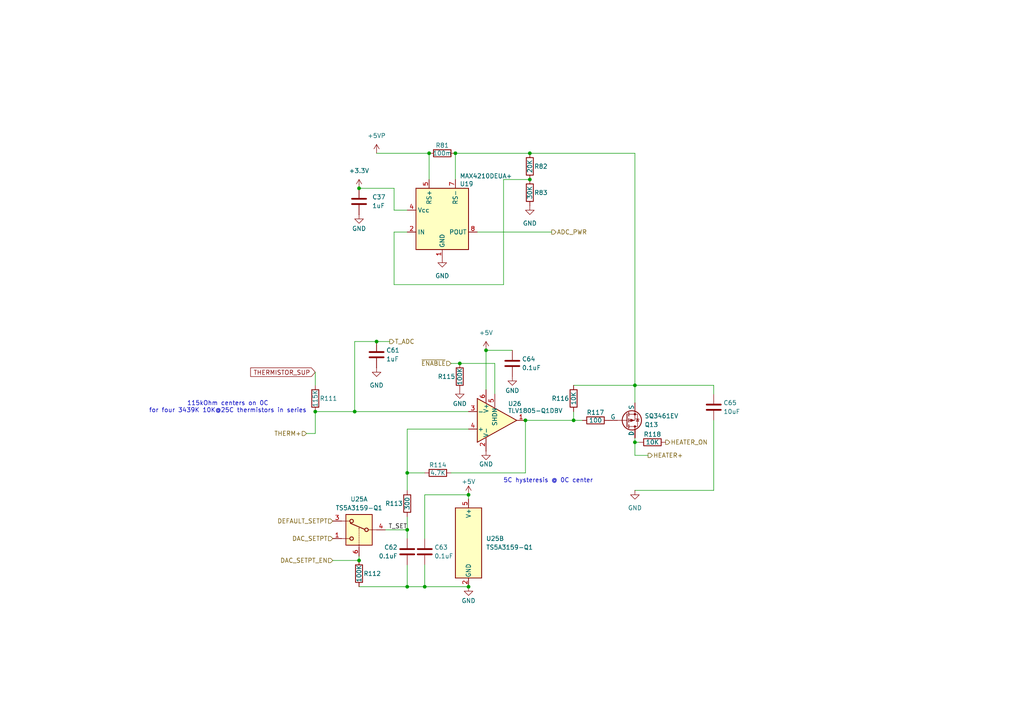
<source format=kicad_sch>
(kicad_sch (version 20231120) (generator "eeschema") (generator_version "8.0")
  (paper "A4")
  (lib_symbols
    (symbol "Analog_Switch:TS5A3159ADBVR" (pin_names (offset 0.127))
      (property "Reference" "U" (at -3.175 4.699 0))
      (property "Value" "TS5A3159ADBVR" (at -3.175 2.921 0))
      (symbol "TS5A3159ADBVR_1_1"
        (rectangle (start -3.81 4.445) (end 3.81 -4.445) (stroke (width 0.254)) (fill (type background)))
        (circle (center -2.159 0) (radius 0.508) (stroke (width 0.254)))
        (polyline (pts (xy -5.08 0) (xy -2.794 0)))
        (polyline (pts (xy -1.651 0.127) (xy 2.54 1.905)) (stroke (width 0.254)))
        (polyline (pts (xy 0 -5.08) (xy 0 -4.572)))
        (polyline (pts (xy 0 -4.318) (xy 0 -4.064)))
        (polyline (pts (xy 0 -3.81) (xy 0 -3.556)))
        (polyline (pts (xy 0 -3.302) (xy 0 -3.048)))
        (polyline (pts (xy 0 -2.794) (xy 0 -2.54)))
        (polyline (pts (xy 0 -2.286) (xy 0 -2.032)))
        (polyline (pts (xy 0 -1.778) (xy 0 -1.524)))
        (polyline (pts (xy 0 -1.27) (xy 0 -1.016)))
        (polyline (pts (xy 0 -0.762) (xy 0 -0.508)))
        (polyline (pts (xy 0 -0.254) (xy 0 0)))
        (polyline (pts (xy 0 0.254) (xy 0 0.508)))
        (polyline (pts (xy 0 0.254) (xy 0 0.508)))
        (polyline (pts (xy 5.08 -2.54) (xy 2.794 -2.54)))
        (polyline (pts (xy 5.08 2.54) (xy 2.794 2.54)))
        (circle (center 2.159 -2.54) (radius 0.508) (stroke (width 0.254)))
        (circle (center 2.159 2.54) (radius 0.508) (stroke (width 0.254)))
        (pin passive line (at 7.62 -2.54 180) (length 2.54) (name "~") (number "1"))
        (pin passive line (at 7.62 2.54 180) (length 2.54) (name "~") (number "3"))
        (pin passive line (at -7.62 0 0) (length 2.54) (name "~") (number "4"))
        (pin input line (at 0 -7.62 90) (length 2.54) (name "~") (number "6"))
      )
      (symbol "TS5A3159ADBVR_2_0"
        (pin power_in line (at 0 -12.7 90) (length 2.54) (name "GND") (number "2"))
        (pin power_in line (at 0 12.7 270) (length 2.54) (name "V+") (number "5"))
      )
      (symbol "TS5A3159ADBVR_2_1"
        (rectangle (start -3.81 10.16) (end 3.81 -10.16) (stroke (width 0.254)) (fill (type background)))
      )
    )
    (symbol "Device:C" (pin_numbers hide) (pin_names (offset 0.254))
      (property "Reference" "C" (at 0.635 2.54 0))
      (property "Value" "C" (at 0.635 -2.54 0))
      (symbol "C_0_1"
        (polyline (pts (xy -2.032 -0.762) (xy 2.032 -0.762)) (stroke (width 0.508)))
        (polyline (pts (xy -2.032 0.762) (xy 2.032 0.762)) (stroke (width 0.508)))
      )
      (symbol "C_1_1"
        (pin passive line (at 0 3.81 270) (length 2.794) (name "~") (number "1"))
        (pin passive line (at 0 -3.81 90) (length 2.794) (name "~") (number "2"))
      )
    )
    (symbol "Device:R" (pin_numbers hide) (pin_names (offset 0))
      (property "Reference" "R" (at 2.032 0 90))
      (property "Value" "R" (at 0 0 90))
      (symbol "R_0_1"
        (rectangle (start -1.016 -2.54) (end 1.016 2.54) (stroke (width 0.254)))
      )
      (symbol "R_1_1"
        (pin passive line (at 0 3.81 270) (length 1.27) (name "~") (number "1"))
        (pin passive line (at 0 -3.81 90) (length 1.27) (name "~") (number "2"))
      )
    )
    (symbol "femta-control-custom:MAX4210"
      (property "Reference" "U" (at 5.08 -1.27 0))
      (property "Value" "MAX4210EEUA+" (at 5.08 1.016 0))
      (symbol "MAX4210_1_1"
        (rectangle (start -7.62 -2.54) (end 7.62 -20.32) (stroke (width 0.254)) (fill (type background)))
        (pin input line (at 0 -22.86 90) (length 2.54) (name "GND") (number "1"))
        (pin input line (at -10.16 -15.24 0) (length 2.54) (name "IN") (number "2"))
        (pin no_connect line (at 10.16 -8.89 180) (length 2.54) hide (name "NC") (number "3"))
        (pin input line (at -10.16 -8.89 0) (length 2.54) (name "Vcc") (number "4"))
        (pin input line (at -3.81 0 270) (length 2.54) (name "RS+") (number "5"))
        (pin no_connect line (at 10.16 -8.89 180) (length 2.54) hide (name "NC") (number "6"))
        (pin input line (at 3.81 0 270) (length 2.54) (name "RS-") (number "7"))
        (pin input line (at 10.16 -15.24 180) (length 2.54) (name "POUT") (number "8"))
      )
    )
    (symbol "femta-control-custom:SQ3461EV-T1_GE3" (pin_numbers hide) (pin_names (offset 0))
      (property "Reference" "Q" (at 5.08 1.27 0))
      (property "Value" "SQ3461EV" (at 5.08 -1.27 0))
      (symbol "SQ3461EV-T1_GE3_0_1"
        (polyline (pts (xy 0.254 0) (xy -2.54 0)))
        (polyline (pts (xy 0.254 1.905) (xy 0.254 -1.905)) (stroke (width 0.254)))
        (polyline (pts (xy 0.762 -1.27) (xy 0.762 -2.286)) (stroke (width 0.254)))
        (polyline (pts (xy 0.762 0.508) (xy 0.762 -0.508)) (stroke (width 0.254)))
        (polyline (pts (xy 0.762 2.286) (xy 0.762 1.27)) (stroke (width 0.254)))
        (polyline (pts (xy 2.54 2.54) (xy 2.54 1.778)))
        (polyline (pts (xy 2.54 -2.54) (xy 2.54 0) (xy 0.762 0)))
        (polyline (pts (xy 0.762 1.778) (xy 3.302 1.778) (xy 3.302 -1.778) (xy 0.762 -1.778)))
        (polyline (pts (xy 2.286 0) (xy 1.27 0.381) (xy 1.27 -0.381) (xy 2.286 0)) (fill (type outline)))
        (polyline (pts (xy 2.794 -0.508) (xy 2.921 -0.381) (xy 3.683 -0.381) (xy 3.81 -0.254)))
        (polyline (pts (xy 3.302 -0.381) (xy 2.921 0.254) (xy 3.683 0.254) (xy 3.302 -0.381)))
        (circle (center 1.651 0) (radius 2.794) (stroke (width 0.254)))
        (circle (center 2.54 -1.778) (radius 0.254) (fill (type outline)))
        (circle (center 2.54 1.778) (radius 0.254) (fill (type outline)))
      )
      (symbol "SQ3461EV-T1_GE3_1_1"
        (pin passive line (at 2.54 5.08 270) (length 2.54) (name "D") (number "1"))
        (pin passive line (at 2.54 5.08 270) (length 2.54) (name "D") (number "2"))
        (pin input line (at -5.08 0 0) (length 2.54) (name "G") (number "3"))
        (pin passive line (at 2.54 -5.08 90) (length 2.54) (name "S") (number "4"))
        (pin passive line (at 2.54 5.08 270) (length 2.54) (name "D") (number "5"))
        (pin passive line (at 2.54 5.08 270) (length 2.54) (name "D") (number "6"))
      )
    )
    (symbol "femta-control-custom:TLV1805-Q1DBV" (pin_names (offset 0.127))
      (property "Reference" "U" (at 1.27 5.08 0))
      (property "Value" "TLV1805-Q1DBV" (at 7.874 -5.08 0))
      (symbol "TLV1805-Q1DBV_0_1"
        (polyline (pts (xy -5.08 6.35) (xy 6.35 0) (xy -5.08 -6.35) (xy -5.08 6.35)) (stroke (width 0.254)) (fill (type background)))
      )
      (symbol "TLV1805-Q1DBV_1_1"
        (pin open_collector line (at 8.89 0 180) (length 2.54) (name "") (number "1"))
        (pin power_in line (at -2.54 -8.89 90) (length 3.81) (name "V-") (number "2"))
        (pin input line (at -7.62 2.54 0) (length 2.54) (name "-") (number "3"))
        (pin input line (at -7.62 -2.54 0) (length 2.54) (name "+") (number "4"))
        (pin input line (at 0 7.62 270) (length 3.81) (name "SHDN") (number "5"))
        (pin power_in line (at -2.54 8.89 270) (length 3.81) (name "V+") (number "6"))
      )
    )
    (symbol "power:+3.3V" (power) (pin_numbers hide) (pin_names (offset 0) hide)
      (property "Value" "+3.3V" (at 0 3.556 0))
      (symbol "+3.3V_0_1"
        (polyline (pts (xy -0.762 1.27) (xy 0 2.54)))
        (polyline (pts (xy 0 0) (xy 0 2.54)))
        (polyline (pts (xy 0 2.54) (xy 0.762 1.27)))
      )
      (symbol "+3.3V_1_1"
        (pin power_in line (at 0 0 90) (length 0) (name "~") (number "1"))
      )
    )
    (symbol "power:+5V" (power) (pin_numbers hide) (pin_names (offset 0) hide)
      (property "Value" "+5V" (at 0 3.556 0))
      (symbol "+5V_0_1"
        (polyline (pts (xy -0.762 1.27) (xy 0 2.54)))
        (polyline (pts (xy 0 0) (xy 0 2.54)))
        (polyline (pts (xy 0 2.54) (xy 0.762 1.27)))
      )
      (symbol "+5V_1_1"
        (pin power_in line (at 0 0 90) (length 0) (name "~") (number "1"))
      )
    )
    (symbol "power:+5VP" (power) (pin_numbers hide) (pin_names (offset 0) hide)
      (property "Value" "+5VP" (at 0 3.556 0))
      (symbol "+5VP_0_1"
        (polyline (pts (xy -0.762 1.27) (xy 0 2.54)))
        (polyline (pts (xy 0 0) (xy 0 2.54)))
        (polyline (pts (xy 0 2.54) (xy 0.762 1.27)))
      )
      (symbol "+5VP_1_1"
        (pin power_in line (at 0 0 90) (length 0) (name "~") (number "1"))
      )
    )
    (symbol "power:GND" (power) (pin_numbers hide) (pin_names (offset 0) hide)
      (property "Value" "GND" (at 0 -3.81 0))
      (symbol "GND_0_1"
        (polyline (pts (xy 0 0) (xy 0 -1.27) (xy 1.27 -1.27) (xy 0 -2.54) (xy -1.27 -1.27) (xy 0 -1.27)))
      )
      (symbol "GND_1_1"
        (pin power_in line (at 0 0 270) (length 0) (name "~") (number "1"))
      )
    )
  )
  (junction (at 135.89 143.51))
  (junction (at 153.67 44.45))
  (junction (at 123.19 170.18))
  (junction (at 166.37 121.92))
  (junction (at 118.11 153.67))
  (junction (at 152.4 121.92))
  (junction (at 104.14 162.56))
  (junction (at 124.46 44.45))
  (junction (at 184.15 111.76))
  (junction (at 118.11 137.16))
  (junction (at 153.67 52.07))
  (junction (at 109.22 99.06))
  (junction (at 132.08 44.45))
  (junction (at 102.87 119.38))
  (junction (at 104.14 54.61))
  (junction (at 184.15 128.27))
  (junction (at 91.44 119.38))
  (junction (at 140.97 101.6))
  (junction (at 118.11 170.18))
  (junction (at 133.35 105.41))
  (junction (at 135.89 170.18))
  (wire (pts (xy 114.3 54.61) (xy 104.14 54.61)))
  (wire (pts (xy 184.15 128.27) (xy 185.42 128.27)))
  (wire (pts (xy 184.15 127) (xy 184.15 128.27)))
  (wire (pts (xy 166.37 121.92) (xy 168.91 121.92)))
  (wire (pts (xy 140.97 101.6) (xy 140.97 113.03)))
  (wire (pts (xy 118.11 156.21) (xy 118.11 153.67)))
  (wire (pts (xy 135.89 143.51) (xy 135.89 144.78)))
  (wire (pts (xy 166.37 111.76) (xy 184.15 111.76)))
  (wire (pts (xy 118.11 124.46) (xy 118.11 137.16)))
  (wire (pts (xy 102.87 119.38) (xy 102.87 99.06)))
  (wire (pts (xy 118.11 163.83) (xy 118.11 170.18)))
  (wire (pts (xy 118.11 124.46) (xy 135.89 124.46)))
  (wire (pts (xy 207.01 142.24) (xy 184.15 142.24)))
  (wire (pts (xy 184.15 44.45) (xy 184.15 111.76)))
  (wire (pts (xy 91.44 119.38) (xy 91.44 125.73)))
  (wire (pts (xy 207.01 121.92) (xy 207.01 142.24)))
  (wire (pts (xy 91.44 107.95) (xy 91.44 111.76)))
  (wire (pts (xy 132.08 44.45) (xy 132.08 52.07)))
  (wire (pts (xy 123.19 170.18) (xy 135.89 170.18)))
  (wire (pts (xy 146.05 82.55) (xy 114.3 82.55)))
  (wire (pts (xy 111.76 153.67) (xy 118.11 153.67)))
  (wire (pts (xy 184.15 128.27) (xy 184.15 132.08)))
  (wire (pts (xy 153.67 44.45) (xy 132.08 44.45)))
  (wire (pts (xy 88.9 125.73) (xy 91.44 125.73)))
  (wire (pts (xy 130.81 137.16) (xy 152.4 137.16)))
  (wire (pts (xy 102.87 119.38) (xy 135.89 119.38)))
  (wire (pts (xy 184.15 111.76) (xy 184.15 116.84)))
  (wire (pts (xy 138.43 67.31) (xy 160.02 67.31)))
  (wire (pts (xy 114.3 54.61) (xy 114.3 60.96)))
  (wire (pts (xy 130.81 105.41) (xy 133.35 105.41)))
  (wire (pts (xy 118.11 149.86) (xy 118.11 153.67)))
  (wire (pts (xy 133.35 105.41) (xy 143.51 105.41)))
  (wire (pts (xy 152.4 137.16) (xy 152.4 121.92)))
  (wire (pts (xy 109.22 44.45) (xy 124.46 44.45)))
  (wire (pts (xy 104.14 162.56) (xy 104.14 161.29)))
  (wire (pts (xy 153.67 44.45) (xy 184.15 44.45)))
  (wire (pts (xy 123.19 156.21) (xy 123.19 143.51)))
  (wire (pts (xy 123.19 163.83) (xy 123.19 170.18)))
  (wire (pts (xy 184.15 111.76) (xy 207.01 111.76)))
  (wire (pts (xy 118.11 137.16) (xy 123.19 137.16)))
  (wire (pts (xy 146.05 52.07) (xy 146.05 82.55)))
  (wire (pts (xy 114.3 67.31) (xy 118.11 67.31)))
  (wire (pts (xy 91.44 119.38) (xy 102.87 119.38)))
  (wire (pts (xy 96.52 162.56) (xy 104.14 162.56)))
  (wire (pts (xy 114.3 60.96) (xy 118.11 60.96)))
  (wire (pts (xy 102.87 99.06) (xy 109.22 99.06)))
  (wire (pts (xy 113.03 99.06) (xy 109.22 99.06)))
  (wire (pts (xy 207.01 111.76) (xy 207.01 114.3)))
  (wire (pts (xy 104.14 170.18) (xy 118.11 170.18)))
  (wire (pts (xy 124.46 44.45) (xy 124.46 52.07)))
  (wire (pts (xy 184.15 132.08) (xy 187.96 132.08)))
  (wire (pts (xy 143.51 114.3) (xy 143.51 105.41)))
  (wire (pts (xy 153.67 52.07) (xy 146.05 52.07)))
  (wire (pts (xy 123.19 143.51) (xy 135.89 143.51)))
  (wire (pts (xy 118.11 170.18) (xy 123.19 170.18)))
  (wire (pts (xy 114.3 82.55) (xy 114.3 67.31)))
  (wire (pts (xy 166.37 119.38) (xy 166.37 121.92)))
  (wire (pts (xy 152.4 121.92) (xy 166.37 121.92)))
  (wire (pts (xy 140.97 101.6) (xy 148.59 101.6)))
  (wire (pts (xy 118.11 137.16) (xy 118.11 142.24)))
  (text "115kOhm centers on 0C \nfor four 3439K 10K@25C thermistors in series " (at 66.548 118.11 0) (effects (font (size 1.27 1.27))))
  (text "5C hysteresis @ 0C center" (at 159.004 139.446 0) (effects (font (size 1.27 1.27))))
  (label "T_SET" (at 118.11 153.67 180))
  (global_label "THERMISTOR_SUP" (shape input) (at 91.44 107.95 180) (property "Intersheetrefs" "${INTERSHEET_REFS}" (effects (hide yes))))
  (hierarchical_label "DAC_SETPT_EN" (shape input) (at 96.52 162.56 180))
  (hierarchical_label "HEATER_ON" (shape output) (at 193.04 128.27 0))
  (hierarchical_label "~{ENABLE}" (shape input) (at 130.81 105.41 180))
  (hierarchical_label "DAC_SETPT" (shape input) (at 96.52 156.21 180))
  (hierarchical_label "ADC_PWR" (shape output) (at 160.02 67.31 0))
  (hierarchical_label "HEATER+" (shape output) (at 187.96 132.08 0))
  (hierarchical_label "THERM+" (shape input) (at 88.9 125.73 180))
  (hierarchical_label "DEFAULT_SETPT" (shape input) (at 96.52 151.13 180))
  (hierarchical_label "T_ADC" (shape output) (at 113.03 99.06 0))
  (symbol (lib_id "power:+5V") (at 135.89 143.51 0) (unit 1)
    (property "Reference" "#PWR0114" (effects (hide yes)))
    (property "Value" "+5V" (at 135.89 139.7 0))
    (property "Description" "Power symbol creates a global label with name \"+5V\"" (effects (hide yes)))
  )
  (symbol (lib_id "power:GND") (at 184.15 142.24 0) (unit 1)
    (property "Reference" "#PWR0119" (effects (hide yes)))
    (property "Value" "GND" (at 184.15 147.32 0))
    (property "Description" "Power symbol creates a global label with name \"GND\" , ground" (effects (hide yes)))
  )
  (symbol (lib_id "Analog_Switch:TS5A3159ADBVR") (at 104.14 153.67 0) (mirror y) (unit 1)
    (property "Reference" "U25" (at 104.14 144.78 0))
    (property "Value" "TS5A3159-Q1" (at 104.14 147.32 0))
    (property "Footprint" "Package_TO_SOT_SMD:SOT-23-6" (effects (hide yes)))
    (property "Datasheet" "http://www.ti.com/lit/ds/symlink/ts5a3159a.pdf" (effects (hide yes)))
    (property "Description" "Single SPDT Analog Switch, 1.65-V to 5.5-V Single-Supply Operation, 1Ohm Ron, SOT-23-6" (effects (hide yes)))
  )
  (symbol (lib_id "Device:R") (at 166.37 115.57 180) (unit 1)
    (property "Reference" "R116" (at 165.1 115.57 0) (effects (justify left)))
    (property "Value" "10K" (at 166.37 115.57 90))
    (property "Description" "Resistor" (effects (hide yes)))
  )
  (symbol (lib_id "Device:C") (at 104.14 58.42 0) (unit 1)
    (property "Reference" "C37" (at 107.95 57.1499 0) (effects (justify left)))
    (property "Value" "1uF" (at 107.95 59.6899 0) (effects (justify left)))
    (property "Description" "Unpolarized capacitor" (effects (hide yes)))
  )
  (symbol (lib_id "femta-control-custom:MAX4210") (at 128.27 52.07 0) (unit 1)
    (property "Reference" "U19" (at 133.35 53.34 0) (effects (justify left)))
    (property "Value" "MAX4210DEUA+" (at 133.35 51.054 0) (effects (justify left)))
  )
  (symbol (lib_id "Device:R") (at 127 137.16 270) (unit 1)
    (property "Reference" "R114" (at 127 134.874 90))
    (property "Value" "4.7K" (at 127 137.16 90))
    (property "Description" "Resistor" (effects (hide yes)))
  )
  (symbol (lib_id "Device:C") (at 207.01 118.11 0) (unit 1)
    (property "Reference" "C65" (at 209.804 116.84 0) (effects (justify left)))
    (property "Value" "10uF" (at 209.804 119.38 0) (effects (justify left)))
    (property "Description" "Unpolarized capacitor" (effects (hide yes)))
  )
  (symbol (lib_id "femta-control-custom:SQ3461EV-T1_GE3") (at 181.61 121.92 0) (mirror x) (unit 1)
    (property "Reference" "Q13" (at 186.944 123.19 0) (effects (justify left)))
    (property "Value" "SQ3461EV" (at 186.944 120.65 0) (effects (justify left)))
    (property "Footprint" "Package_SO:TSOP-6_1.65x3.05mm_P0.95mm" (effects (hide yes)))
    (property "Datasheet" "https://www.vishay.com/docs/62994/sq3461ev.pdf" (effects (hide yes)))
  )
  (symbol (lib_id "power:GND") (at 135.89 170.18 0) (unit 1)
    (property "Reference" "#PWR0115" (effects (hide yes)))
    (property "Value" "GND" (at 135.89 174.244 0))
    (property "Description" "Power symbol creates a global label with name \"GND\" , ground" (effects (hide yes)))
  )
  (symbol (lib_id "Device:R") (at 133.35 109.22 180) (unit 1)
    (property "Reference" "R115" (at 132.08 109.22 0) (effects (justify left)))
    (property "Value" "100K" (at 133.35 109.22 90))
    (property "Description" "Resistor" (effects (hide yes)))
  )
  (symbol (lib_id "femta-control-custom:TLV1805-Q1DBV") (at 143.51 121.92 0) (unit 1)
    (property "Reference" "U26" (at 147.32 117.094 0) (effects (justify left)))
    (property "Value" "TLV1805-Q1DBV" (at 147.32 119.126 0) (effects (justify left)))
    (property "Footprint" "Package_TO_SOT_SMD:SOT-23-6" (effects (hide yes)))
    (property "Datasheet" "https://www.ti.com/lit/ds/symlink/tlv1805-q1.pdf?ts=1710516518048" (effects (hide yes)))
  )
  (symbol (lib_id "Device:C") (at 123.19 160.02 0) (unit 1)
    (property "Reference" "C63" (at 125.984 158.75 0) (effects (justify left)))
    (property "Value" "0.1uF" (at 125.984 161.29 0) (effects (justify left)))
    (property "Description" "Unpolarized capacitor" (effects (hide yes)))
  )
  (symbol (lib_id "Analog_Switch:TS5A3159ADBVR") (at 135.89 157.48 0) (unit 2)
    (property "Reference" "U25" (at 140.97 156.2099 0) (effects (justify left)))
    (property "Value" "TS5A3159-Q1" (at 140.97 158.7499 0) (effects (justify left)))
    (property "Footprint" "Package_TO_SOT_SMD:SOT-23-6" (effects (hide yes)))
    (property "Datasheet" "http://www.ti.com/lit/ds/symlink/ts5a3159a.pdf" (effects (hide yes)))
    (property "Description" "Single SPDT Analog Switch, 1.65-V to 5.5-V Single-Supply Operation, 1Ohm Ron, SOT-23-6" (effects (hide yes)))
  )
  (symbol (lib_id "power:GND") (at 148.59 109.22 0) (unit 1)
    (property "Reference" "#PWR0118" (effects (hide yes)))
    (property "Value" "GND" (at 148.59 113.284 0))
    (property "Description" "Power symbol creates a global label with name \"GND\" , ground" (effects (hide yes)))
  )
  (symbol (lib_id "Device:C") (at 109.22 102.87 0) (unit 1)
    (property "Reference" "C61" (at 112.014 101.6 0) (effects (justify left)))
    (property "Value" "1uF" (at 112.014 104.14 0) (effects (justify left)))
    (property "Description" "Unpolarized capacitor" (effects (hide yes)))
  )
  (symbol (lib_id "Device:R") (at 118.11 146.05 180) (unit 1)
    (property "Reference" "R113" (at 116.84 146.05 0) (effects (justify left)))
    (property "Value" "300" (at 118.11 146.05 90))
    (property "Description" "Resistor" (effects (hide yes)))
  )
  (symbol (lib_id "power:+5V") (at 140.97 101.6 0) (unit 1)
    (property "Reference" "#PWR0116" (effects (hide yes)))
    (property "Value" "+5V" (at 140.97 96.52 0))
    (property "Description" "Power symbol creates a global label with name \"+5V\"" (effects (hide yes)))
  )
  (symbol (lib_id "power:GND") (at 109.22 106.68 0) (unit 1)
    (property "Reference" "#PWR0112" (effects (hide yes)))
    (property "Value" "GND" (at 109.22 111.76 0))
    (property "Description" "Power symbol creates a global label with name \"GND\" , ground" (effects (hide yes)))
  )
  (symbol (lib_id "Device:R") (at 128.27 44.45 90) (unit 1)
    (property "Reference" "R81" (at 128.27 42.164 90))
    (property "Value" "100m" (at 128.27 44.45 90))
    (property "Description" "Resistor" (effects (hide yes)))
  )
  (symbol (lib_id "power:GND") (at 104.14 62.23 0) (unit 1)
    (property "Reference" "#PWR095" (effects (hide yes)))
    (property "Value" "GND" (at 104.14 66.294 0))
    (property "Description" "Power symbol creates a global label with name \"GND\" , ground" (effects (hide yes)))
  )
  (symbol (lib_id "Device:R") (at 91.44 115.57 0) (unit 1)
    (property "Reference" "R111" (at 92.71 115.57 0) (effects (justify left)))
    (property "Value" "115K" (at 91.44 115.57 90))
    (property "Description" "Resistor" (effects (hide yes)))
  )
  (symbol (lib_id "power:+3.3V") (at 104.14 54.61 0) (unit 1)
    (property "Reference" "#PWR094" (effects (hide yes)))
    (property "Value" "+3.3V" (at 104.14 49.53 0))
    (property "Description" "Power symbol creates a global label with name \"+3.3V\"" (effects (hide yes)))
  )
  (symbol (lib_id "power:GND") (at 128.27 74.93 0) (unit 1)
    (property "Reference" "#PWR097" (effects (hide yes)))
    (property "Value" "GND" (at 128.27 80.01 0))
    (property "Description" "Power symbol creates a global label with name \"GND\" , ground" (effects (hide yes)))
  )
  (symbol (lib_id "Device:R") (at 172.72 121.92 270) (unit 1)
    (property "Reference" "R117" (at 172.72 119.634 90))
    (property "Value" "100" (at 172.72 121.92 90))
    (property "Description" "Resistor" (effects (hide yes)))
  )
  (symbol (lib_id "Device:R") (at 189.23 128.27 90) (unit 1)
    (property "Reference" "R118" (at 189.23 125.984 90))
    (property "Value" "10K" (at 189.23 128.27 90))
    (property "Description" "Resistor" (effects (hide yes)))
  )
  (symbol (lib_id "Device:C") (at 118.11 160.02 0) (mirror y) (unit 1)
    (property "Reference" "C62" (at 115.316 158.75 0) (effects (justify left)))
    (property "Value" "0.1uF" (at 115.316 161.29 0) (effects (justify left)))
    (property "Description" "Unpolarized capacitor" (effects (hide yes)))
  )
  (symbol (lib_id "power:GND") (at 133.35 113.03 0) (unit 1)
    (property "Reference" "#PWR0113" (effects (hide yes)))
    (property "Value" "GND" (at 133.35 117.094 0))
    (property "Description" "Power symbol creates a global label with name \"GND\" , ground" (effects (hide yes)))
  )
  (symbol (lib_id "Device:C") (at 148.59 105.41 0) (unit 1)
    (property "Reference" "C64" (at 151.384 104.14 0) (effects (justify left)))
    (property "Value" "0.1uF" (at 151.384 106.68 0) (effects (justify left)))
    (property "Description" "Unpolarized capacitor" (effects (hide yes)))
  )
  (symbol (lib_id "Device:R") (at 104.14 166.37 0) (unit 1)
    (property "Reference" "R112" (at 105.41 166.37 0) (effects (justify left)))
    (property "Value" "100K" (at 104.14 166.37 90))
    (property "Description" "Resistor" (effects (hide yes)))
  )
  (symbol (lib_id "power:GND") (at 153.67 59.69 0) (unit 1)
    (property "Reference" "#PWR098" (effects (hide yes)))
    (property "Value" "GND" (at 153.67 64.77 0))
    (property "Description" "Power symbol creates a global label with name \"GND\" , ground" (effects (hide yes)))
  )
  (symbol (lib_id "Device:R") (at 153.67 55.88 0) (unit 1)
    (property "Reference" "R83" (at 154.94 55.88 0) (effects (justify left)))
    (property "Value" "30K" (at 153.67 55.88 90))
    (property "Description" "Resistor" (effects (hide yes)))
  )
  (symbol (lib_id "power:+5VP") (at 109.22 44.45 0) (unit 1)
    (property "Reference" "#PWR096" (effects (hide yes)))
    (property "Value" "+5VP" (at 109.22 39.37 0))
    (property "Description" "Power symbol creates a global label with name \"+5VP\"" (effects (hide yes)))
  )
  (symbol (lib_id "Device:R") (at 153.67 48.26 0) (unit 1)
    (property "Reference" "R82" (at 154.94 48.26 0) (effects (justify left)))
    (property "Value" "20K" (at 153.67 48.26 90))
    (property "Description" "Resistor" (effects (hide yes)))
  )
  (symbol (lib_id "power:GND") (at 140.97 130.81 0) (unit 1)
    (property "Reference" "#PWR0117" (effects (hide yes)))
    (property "Value" "GND" (at 140.97 134.62 0))
    (property "Description" "Power symbol creates a global label with name \"GND\" , ground" (effects (hide yes)))
  )
)
</source>
